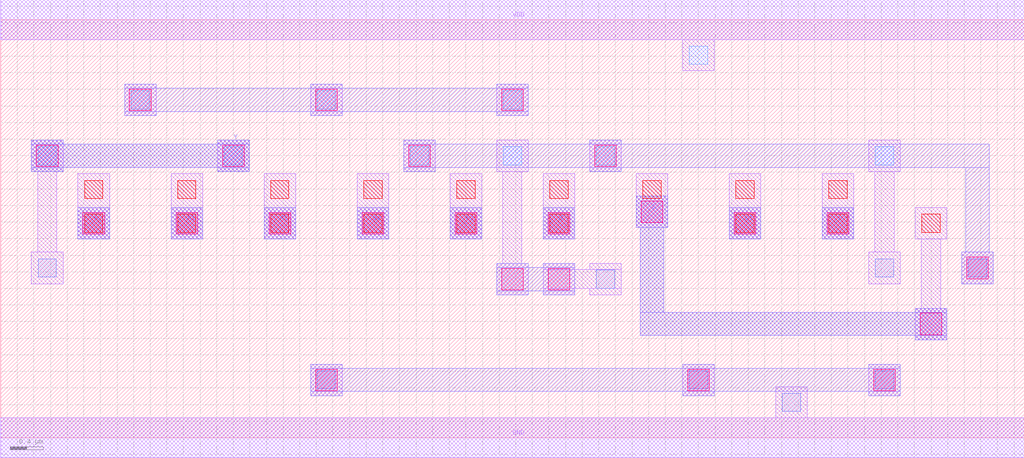
<source format=lef>
MACRO AAOOAI3312
 CLASS CORE ;
 FOREIGN AAOOAI3312 0 0 ;
 SIZE 12.32 BY 5.04 ;
 ORIGIN 0 0 ;
 SYMMETRY X Y R90 ;
 SITE unit ;
  PIN VDD
   DIRECTION INOUT ;
   USE POWER ;
   SHAPE ABUTMENT ;
    PORT
     CLASS CORE ;
       LAYER met1 ;
        RECT 0.00000000 4.80000000 12.32000000 5.28000000 ;
    END
  END VDD

  PIN GND
   DIRECTION INOUT ;
   USE POWER ;
   SHAPE ABUTMENT ;
    PORT
     CLASS CORE ;
       LAYER met1 ;
        RECT 0.00000000 -0.24000000 12.32000000 0.24000000 ;
    END
  END GND

  PIN Y
   DIRECTION INOUT ;
   USE SIGNAL ;
   SHAPE ABUTMENT ;
    PORT
     CLASS CORE ;
       LAYER met2 ;
        RECT 0.37000000 3.20700000 0.75000000 3.25700000 ;
        RECT 2.61000000 3.20700000 2.99000000 3.25700000 ;
        RECT 0.37000000 3.25700000 2.99000000 3.53700000 ;
        RECT 0.37000000 3.53700000 0.75000000 3.58700000 ;
        RECT 2.61000000 3.53700000 2.99000000 3.58700000 ;
    END
  END Y

  PIN B1
   DIRECTION INOUT ;
   USE SIGNAL ;
   SHAPE ABUTMENT ;
    PORT
     CLASS CORE ;
       LAYER met2 ;
        RECT 5.41000000 2.39700000 5.79000000 2.77700000 ;
    END
  END B1

  PIN B
   DIRECTION INOUT ;
   USE SIGNAL ;
   SHAPE ABUTMENT ;
    PORT
     CLASS CORE ;
       LAYER met2 ;
        RECT 6.53000000 2.39700000 6.91000000 2.77700000 ;
    END
  END B

  PIN A2
   DIRECTION INOUT ;
   USE SIGNAL ;
   SHAPE ABUTMENT ;
    PORT
     CLASS CORE ;
       LAYER met2 ;
        RECT 3.17000000 2.39700000 3.55000000 2.77700000 ;
    END
  END A2

  PIN C
   DIRECTION INOUT ;
   USE SIGNAL ;
   SHAPE ABUTMENT ;
    PORT
     CLASS CORE ;
       LAYER met2 ;
        RECT 11.01000000 1.18200000 11.39000000 1.23200000 ;
        RECT 7.70000000 1.23200000 11.39000000 1.51200000 ;
        RECT 11.01000000 1.51200000 11.39000000 1.56200000 ;
        RECT 7.70000000 1.51200000 7.98000000 2.53200000 ;
        RECT 7.65000000 2.53200000 8.03000000 2.91200000 ;
    END
  END C

  PIN D1
   DIRECTION INOUT ;
   USE SIGNAL ;
   SHAPE ABUTMENT ;
    PORT
     CLASS CORE ;
       LAYER met2 ;
        RECT 8.77000000 2.39700000 9.15000000 2.77700000 ;
    END
  END D1

  PIN D
   DIRECTION INOUT ;
   USE SIGNAL ;
   SHAPE ABUTMENT ;
    PORT
     CLASS CORE ;
       LAYER met2 ;
        RECT 9.89000000 2.39700000 10.27000000 2.77700000 ;
    END
  END D

  PIN A1
   DIRECTION INOUT ;
   USE SIGNAL ;
   SHAPE ABUTMENT ;
    PORT
     CLASS CORE ;
       LAYER met2 ;
        RECT 2.05000000 2.39700000 2.43000000 2.77700000 ;
    END
  END A1

  PIN A
   DIRECTION INOUT ;
   USE SIGNAL ;
   SHAPE ABUTMENT ;
    PORT
     CLASS CORE ;
       LAYER met2 ;
        RECT 0.93000000 2.39700000 1.31000000 2.77700000 ;
    END
  END A

  PIN B2
   DIRECTION INOUT ;
   USE SIGNAL ;
   SHAPE ABUTMENT ;
    PORT
     CLASS CORE ;
       LAYER met2 ;
        RECT 4.29000000 2.39700000 4.67000000 2.77700000 ;
    END
  END B2

 OBS
    LAYER polycont ;
     RECT 1.01000000 2.47700000 1.23000000 2.69700000 ;
     RECT 2.13000000 2.47700000 2.35000000 2.69700000 ;
     RECT 3.25000000 2.47700000 3.47000000 2.69700000 ;
     RECT 4.37000000 2.47700000 4.59000000 2.69700000 ;
     RECT 5.49000000 2.47700000 5.71000000 2.69700000 ;
     RECT 6.61000000 2.47700000 6.83000000 2.69700000 ;
     RECT 8.85000000 2.47700000 9.07000000 2.69700000 ;
     RECT 9.97000000 2.47700000 10.19000000 2.69700000 ;
     RECT 11.09000000 2.47700000 11.31000000 2.69700000 ;
     RECT 1.01000000 2.88200000 1.23000000 3.10200000 ;
     RECT 2.13000000 2.88200000 2.35000000 3.10200000 ;
     RECT 3.25000000 2.88200000 3.47000000 3.10200000 ;
     RECT 4.37000000 2.88200000 4.59000000 3.10200000 ;
     RECT 5.49000000 2.88200000 5.71000000 3.10200000 ;
     RECT 6.61000000 2.88200000 6.83000000 3.10200000 ;
     RECT 7.73000000 2.88200000 7.95000000 3.10200000 ;
     RECT 8.85000000 2.88200000 9.07000000 3.10200000 ;
     RECT 9.97000000 2.88200000 10.19000000 3.10200000 ;

    LAYER pdiffc ;
     RECT 0.45000000 3.28700000 0.67000000 3.50700000 ;
     RECT 2.69000000 3.28700000 2.91000000 3.50700000 ;
     RECT 4.93000000 3.28700000 5.15000000 3.50700000 ;
     RECT 6.05000000 3.28700000 6.27000000 3.50700000 ;
     RECT 7.17000000 3.28700000 7.39000000 3.50700000 ;
     RECT 10.53000000 3.28700000 10.75000000 3.50700000 ;
     RECT 1.57000000 3.96200000 1.79000000 4.18200000 ;
     RECT 3.81000000 3.96200000 4.03000000 4.18200000 ;
     RECT 6.05000000 3.96200000 6.27000000 4.18200000 ;
     RECT 8.29000000 4.50200000 8.51000000 4.72200000 ;

    LAYER ndiffc ;
     RECT 9.41000000 0.31700000 9.63000000 0.53700000 ;
     RECT 3.81000000 0.58700000 4.03000000 0.80700000 ;
     RECT 8.29000000 0.58700000 8.51000000 0.80700000 ;
     RECT 10.53000000 0.58700000 10.75000000 0.80700000 ;
     RECT 7.17000000 1.80200000 7.39000000 2.02200000 ;
     RECT 0.45000000 1.93700000 0.67000000 2.15700000 ;
     RECT 10.53000000 1.93700000 10.75000000 2.15700000 ;
     RECT 11.65000000 1.93700000 11.87000000 2.15700000 ;

    LAYER met1 ;
     RECT 0.00000000 -0.24000000 12.32000000 0.24000000 ;
     RECT 9.33000000 0.24000000 9.71000000 0.61700000 ;
     RECT 3.73000000 0.50700000 4.11000000 0.88700000 ;
     RECT 8.21000000 0.50700000 8.59000000 0.88700000 ;
     RECT 10.45000000 0.50700000 10.83000000 0.88700000 ;
     RECT 6.53000000 1.72200000 6.91000000 1.79700000 ;
     RECT 7.09000000 1.72200000 7.47000000 1.79700000 ;
     RECT 6.53000000 1.79700000 7.47000000 2.02700000 ;
     RECT 6.53000000 2.02700000 6.91000000 2.10200000 ;
     RECT 7.09000000 2.02700000 7.47000000 2.10200000 ;
     RECT 11.57000000 1.85700000 11.95000000 2.23700000 ;
     RECT 11.01000000 1.18200000 11.39000000 1.56200000 ;
     RECT 11.08500000 1.56200000 11.31500000 2.39700000 ;
     RECT 11.01000000 2.39700000 11.39000000 2.77700000 ;
     RECT 0.93000000 2.39700000 1.31000000 3.18200000 ;
     RECT 2.05000000 2.39700000 2.43000000 3.18200000 ;
     RECT 3.17000000 2.39700000 3.55000000 3.18200000 ;
     RECT 4.29000000 2.39700000 4.67000000 3.18200000 ;
     RECT 5.41000000 2.39700000 5.79000000 3.18200000 ;
     RECT 6.53000000 2.39700000 6.91000000 3.18200000 ;
     RECT 7.65000000 2.53200000 8.03000000 3.18200000 ;
     RECT 8.77000000 2.39700000 9.15000000 3.18200000 ;
     RECT 9.89000000 2.39700000 10.27000000 3.18200000 ;
     RECT 0.37000000 1.85700000 0.75000000 2.23700000 ;
     RECT 0.44500000 2.23700000 0.67500000 3.20700000 ;
     RECT 0.37000000 3.20700000 0.75000000 3.58700000 ;
     RECT 2.61000000 3.20700000 2.99000000 3.58700000 ;
     RECT 4.85000000 3.20700000 5.23000000 3.58700000 ;
     RECT 5.97000000 1.72200000 6.35000000 2.10200000 ;
     RECT 6.04500000 2.10200000 6.27500000 3.20700000 ;
     RECT 5.97000000 3.20700000 6.35000000 3.58700000 ;
     RECT 7.09000000 3.20700000 7.47000000 3.58700000 ;
     RECT 10.45000000 1.85700000 10.83000000 2.23700000 ;
     RECT 10.52500000 2.23700000 10.75500000 3.20700000 ;
     RECT 10.45000000 3.20700000 10.83000000 3.58700000 ;
     RECT 1.49000000 3.88200000 1.87000000 4.26200000 ;
     RECT 3.73000000 3.88200000 4.11000000 4.26200000 ;
     RECT 5.97000000 3.88200000 6.35000000 4.26200000 ;
     RECT 8.21000000 4.42200000 8.59000000 4.80000000 ;
     RECT 0.00000000 4.80000000 12.32000000 5.28000000 ;

    LAYER via1 ;
     RECT 3.79000000 0.56700000 4.05000000 0.82700000 ;
     RECT 8.27000000 0.56700000 8.53000000 0.82700000 ;
     RECT 10.51000000 0.56700000 10.77000000 0.82700000 ;
     RECT 11.07000000 1.24200000 11.33000000 1.50200000 ;
     RECT 6.03000000 1.78200000 6.29000000 2.04200000 ;
     RECT 6.59000000 1.78200000 6.85000000 2.04200000 ;
     RECT 11.63000000 1.91700000 11.89000000 2.17700000 ;
     RECT 0.99000000 2.45700000 1.25000000 2.71700000 ;
     RECT 2.11000000 2.45700000 2.37000000 2.71700000 ;
     RECT 3.23000000 2.45700000 3.49000000 2.71700000 ;
     RECT 4.35000000 2.45700000 4.61000000 2.71700000 ;
     RECT 5.47000000 2.45700000 5.73000000 2.71700000 ;
     RECT 6.59000000 2.45700000 6.85000000 2.71700000 ;
     RECT 8.83000000 2.45700000 9.09000000 2.71700000 ;
     RECT 9.95000000 2.45700000 10.21000000 2.71700000 ;
     RECT 7.71000000 2.59200000 7.97000000 2.85200000 ;
     RECT 0.43000000 3.26700000 0.69000000 3.52700000 ;
     RECT 2.67000000 3.26700000 2.93000000 3.52700000 ;
     RECT 4.91000000 3.26700000 5.17000000 3.52700000 ;
     RECT 7.15000000 3.26700000 7.41000000 3.52700000 ;
     RECT 1.55000000 3.94200000 1.81000000 4.20200000 ;
     RECT 3.79000000 3.94200000 4.05000000 4.20200000 ;
     RECT 6.03000000 3.94200000 6.29000000 4.20200000 ;

    LAYER met2 ;
     RECT 3.73000000 0.50700000 4.11000000 0.55700000 ;
     RECT 8.21000000 0.50700000 8.59000000 0.55700000 ;
     RECT 10.45000000 0.50700000 10.83000000 0.55700000 ;
     RECT 3.73000000 0.55700000 10.83000000 0.83700000 ;
     RECT 3.73000000 0.83700000 4.11000000 0.88700000 ;
     RECT 8.21000000 0.83700000 8.59000000 0.88700000 ;
     RECT 10.45000000 0.83700000 10.83000000 0.88700000 ;
     RECT 5.97000000 1.72200000 6.35000000 1.77200000 ;
     RECT 6.53000000 1.72200000 6.91000000 1.77200000 ;
     RECT 5.97000000 1.77200000 6.91000000 2.05200000 ;
     RECT 5.97000000 2.05200000 6.35000000 2.10200000 ;
     RECT 6.53000000 2.05200000 6.91000000 2.10200000 ;
     RECT 0.93000000 2.39700000 1.31000000 2.77700000 ;
     RECT 2.05000000 2.39700000 2.43000000 2.77700000 ;
     RECT 3.17000000 2.39700000 3.55000000 2.77700000 ;
     RECT 4.29000000 2.39700000 4.67000000 2.77700000 ;
     RECT 5.41000000 2.39700000 5.79000000 2.77700000 ;
     RECT 6.53000000 2.39700000 6.91000000 2.77700000 ;
     RECT 8.77000000 2.39700000 9.15000000 2.77700000 ;
     RECT 9.89000000 2.39700000 10.27000000 2.77700000 ;
     RECT 11.01000000 1.18200000 11.39000000 1.23200000 ;
     RECT 7.70000000 1.23200000 11.39000000 1.51200000 ;
     RECT 11.01000000 1.51200000 11.39000000 1.56200000 ;
     RECT 7.70000000 1.51200000 7.98000000 2.53200000 ;
     RECT 7.65000000 2.53200000 8.03000000 2.91200000 ;
     RECT 0.37000000 3.20700000 0.75000000 3.25700000 ;
     RECT 2.61000000 3.20700000 2.99000000 3.25700000 ;
     RECT 0.37000000 3.25700000 2.99000000 3.53700000 ;
     RECT 0.37000000 3.53700000 0.75000000 3.58700000 ;
     RECT 2.61000000 3.53700000 2.99000000 3.58700000 ;
     RECT 11.57000000 1.85700000 11.95000000 2.23700000 ;
     RECT 4.85000000 3.20700000 5.23000000 3.25700000 ;
     RECT 7.09000000 3.20700000 7.47000000 3.25700000 ;
     RECT 11.62000000 2.23700000 11.90000000 3.25700000 ;
     RECT 4.85000000 3.25700000 11.90000000 3.53700000 ;
     RECT 4.85000000 3.53700000 5.23000000 3.58700000 ;
     RECT 7.09000000 3.53700000 7.47000000 3.58700000 ;
     RECT 1.49000000 3.88200000 1.87000000 3.93200000 ;
     RECT 3.73000000 3.88200000 4.11000000 3.93200000 ;
     RECT 5.97000000 3.88200000 6.35000000 3.93200000 ;
     RECT 1.49000000 3.93200000 6.35000000 4.21200000 ;
     RECT 1.49000000 4.21200000 1.87000000 4.26200000 ;
     RECT 3.73000000 4.21200000 4.11000000 4.26200000 ;
     RECT 5.97000000 4.21200000 6.35000000 4.26200000 ;

 END
END AAOOAI3312

</source>
